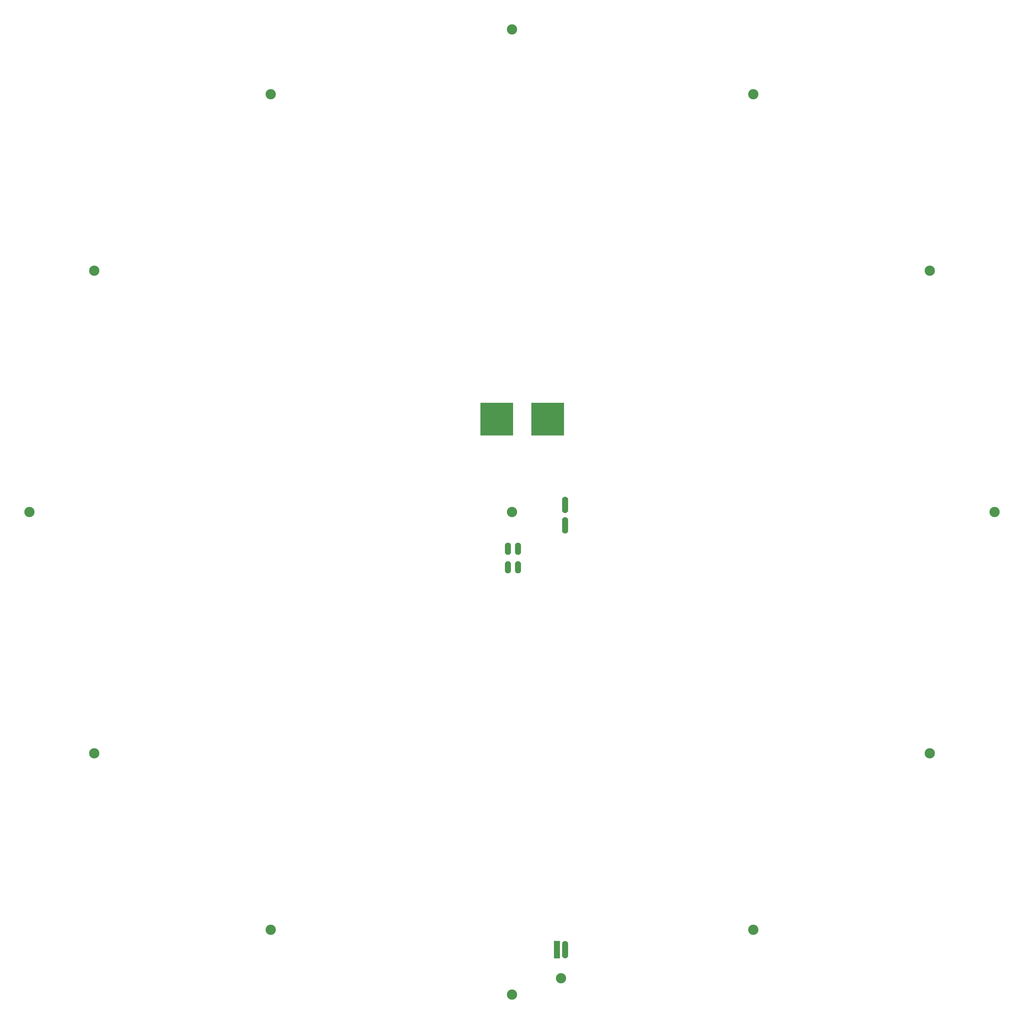
<source format=gbr>
G04 DipTrace 2.3.1.0*
%INBottomMask_58742_ONYX_REV3.gbr*%
%MOIN*%
%ADD18O,0.075X0.2*%
%ADD19O,0.075X0.15*%
%ADD20O,0.075X0.2125*%
%ADD32C,0.126*%
%FSLAX44Y44*%
G04*
G70*
G90*
G75*
G01*
%LNBotMask*%
%LPD*%
D32*
X5909Y64964D3*
X64964Y5909D3*
X124019Y64964D3*
X94491Y116107D3*
X35436D3*
X13820Y94491D3*
X64964Y64964D3*
X13820Y35436D3*
X35436Y13820D3*
X94491D3*
X116107Y35436D3*
Y94491D3*
X64964Y124019D3*
X70964Y7909D3*
G36*
X67333Y78336D2*
X71333D1*
Y74336D1*
X67333D1*
Y78336D1*
G37*
G36*
X61083D2*
X65083D1*
Y74336D1*
X61083D1*
Y78336D1*
G37*
D20*
X71458Y11399D3*
G36*
X70083Y12461D2*
X70833D1*
Y10336D1*
X70083D1*
Y12461D1*
G37*
D18*
X71458Y63336D3*
Y65836D3*
D19*
X65708Y60461D3*
X64458D3*
X65708Y58211D3*
X64458D3*
M02*

</source>
